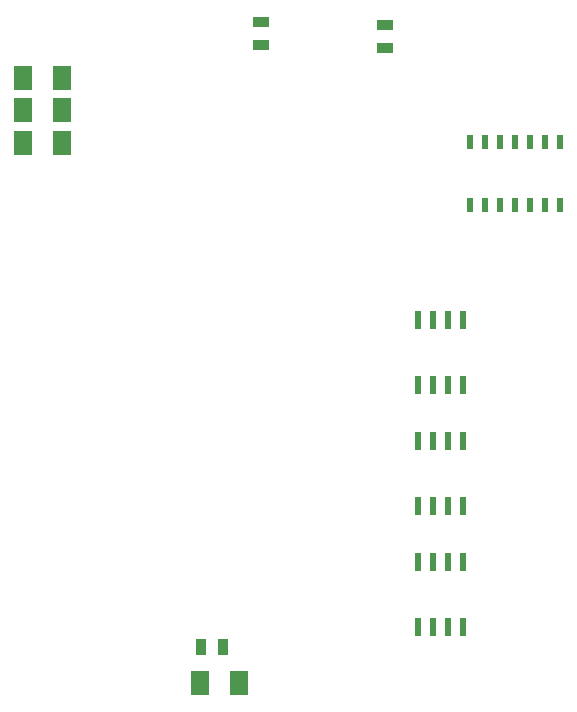
<source format=gbp>
G04 (created by PCBNEW (2013-mar-13)-testing) date jue 26 sep 2013 04:07:39 COT*
%MOIN*%
G04 Gerber Fmt 3.4, Leading zero omitted, Abs format*
%FSLAX34Y34*%
G01*
G70*
G90*
G04 APERTURE LIST*
%ADD10C,0.005906*%
%ADD11R,0.024000X0.059800*%
%ADD12R,0.060000X0.080000*%
%ADD13R,0.024000X0.049200*%
%ADD14R,0.055000X0.035000*%
%ADD15R,0.035000X0.055000*%
G04 APERTURE END LIST*
G54D10*
G54D11*
X67164Y-32276D03*
X67664Y-32276D03*
X68164Y-32276D03*
X68664Y-32276D03*
X68664Y-30126D03*
X68164Y-30126D03*
X67664Y-30126D03*
X67164Y-30126D03*
G54D12*
X59882Y-38189D03*
X61182Y-38189D03*
G54D11*
X67164Y-36312D03*
X67664Y-36312D03*
X68164Y-36312D03*
X68664Y-36312D03*
X68664Y-34162D03*
X68164Y-34162D03*
X67664Y-34162D03*
X67164Y-34162D03*
X67164Y-28241D03*
X67664Y-28241D03*
X68164Y-28241D03*
X68664Y-28241D03*
X68664Y-26091D03*
X68164Y-26091D03*
X67664Y-26091D03*
X67164Y-26091D03*
G54D13*
X71874Y-22262D03*
X71374Y-22262D03*
X70874Y-22262D03*
X70374Y-22262D03*
X69874Y-22262D03*
X69374Y-22262D03*
X68874Y-22262D03*
X68874Y-20162D03*
X69374Y-20162D03*
X69874Y-20162D03*
X70374Y-20162D03*
X70874Y-20162D03*
X71374Y-20162D03*
X71874Y-20162D03*
G54D12*
X53976Y-18012D03*
X55276Y-18012D03*
X53976Y-19095D03*
X55276Y-19095D03*
X53976Y-20177D03*
X55276Y-20177D03*
G54D14*
X66044Y-17009D03*
X66044Y-16259D03*
X61910Y-16911D03*
X61910Y-16161D03*
G54D15*
X59916Y-36988D03*
X60666Y-36988D03*
M02*

</source>
